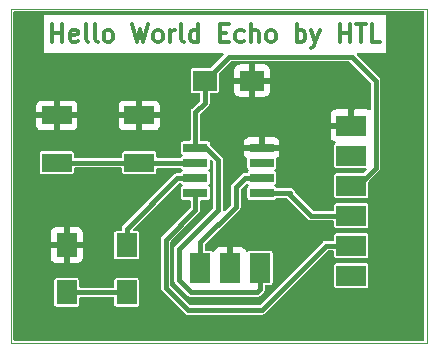
<source format=gbr>
%TF.GenerationSoftware,KiCad,Pcbnew,(6.0.2)*%
%TF.CreationDate,2022-03-02T10:56:47+02:00*%
%TF.ProjectId,EchoHello_ATtiny,4563686f-4865-46c6-9c6f-5f415474696e,rev?*%
%TF.SameCoordinates,Original*%
%TF.FileFunction,Copper,L1,Top*%
%TF.FilePolarity,Positive*%
%FSLAX46Y46*%
G04 Gerber Fmt 4.6, Leading zero omitted, Abs format (unit mm)*
G04 Created by KiCad (PCBNEW (6.0.2)) date 2022-03-02 10:56:47*
%MOMM*%
%LPD*%
G01*
G04 APERTURE LIST*
%TA.AperFunction,Profile*%
%ADD10C,0.100000*%
%TD*%
%ADD11C,0.300000*%
%TA.AperFunction,NonConductor*%
%ADD12C,0.300000*%
%TD*%
%TA.AperFunction,SMDPad,CuDef*%
%ADD13R,1.700000X2.000000*%
%TD*%
%TA.AperFunction,SMDPad,CuDef*%
%ADD14R,2.000000X0.800000*%
%TD*%
%TA.AperFunction,SMDPad,CuDef*%
%ADD15R,2.000000X1.700000*%
%TD*%
%TA.AperFunction,SMDPad,CuDef*%
%ADD16R,2.500000X1.500000*%
%TD*%
%TA.AperFunction,SMDPad,CuDef*%
%ADD17R,2.500000X1.700000*%
%TD*%
%TA.AperFunction,SMDPad,CuDef*%
%ADD18R,1.700000X2.500000*%
%TD*%
%TA.AperFunction,Conductor*%
%ADD19C,0.406400*%
%TD*%
G04 APERTURE END LIST*
D10*
X120904000Y-75565000D02*
X85725000Y-75565000D01*
X85725000Y-75565000D02*
X85725000Y-47244000D01*
X85725000Y-47244000D02*
X120904000Y-47244000D01*
X120904000Y-47244000D02*
X120904000Y-75565000D01*
D11*
D12*
X89211285Y-50081571D02*
X89211285Y-48581571D01*
X89211285Y-49295857D02*
X90068428Y-49295857D01*
X90068428Y-50081571D02*
X90068428Y-48581571D01*
X91354142Y-50010142D02*
X91211285Y-50081571D01*
X90925571Y-50081571D01*
X90782714Y-50010142D01*
X90711285Y-49867285D01*
X90711285Y-49295857D01*
X90782714Y-49153000D01*
X90925571Y-49081571D01*
X91211285Y-49081571D01*
X91354142Y-49153000D01*
X91425571Y-49295857D01*
X91425571Y-49438714D01*
X90711285Y-49581571D01*
X92282714Y-50081571D02*
X92139857Y-50010142D01*
X92068428Y-49867285D01*
X92068428Y-48581571D01*
X93068428Y-50081571D02*
X92925571Y-50010142D01*
X92854142Y-49867285D01*
X92854142Y-48581571D01*
X93854142Y-50081571D02*
X93711285Y-50010142D01*
X93639857Y-49938714D01*
X93568428Y-49795857D01*
X93568428Y-49367285D01*
X93639857Y-49224428D01*
X93711285Y-49153000D01*
X93854142Y-49081571D01*
X94068428Y-49081571D01*
X94211285Y-49153000D01*
X94282714Y-49224428D01*
X94354142Y-49367285D01*
X94354142Y-49795857D01*
X94282714Y-49938714D01*
X94211285Y-50010142D01*
X94068428Y-50081571D01*
X93854142Y-50081571D01*
X95997000Y-48581571D02*
X96354142Y-50081571D01*
X96639857Y-49010142D01*
X96925571Y-50081571D01*
X97282714Y-48581571D01*
X98068428Y-50081571D02*
X97925571Y-50010142D01*
X97854142Y-49938714D01*
X97782714Y-49795857D01*
X97782714Y-49367285D01*
X97854142Y-49224428D01*
X97925571Y-49153000D01*
X98068428Y-49081571D01*
X98282714Y-49081571D01*
X98425571Y-49153000D01*
X98497000Y-49224428D01*
X98568428Y-49367285D01*
X98568428Y-49795857D01*
X98497000Y-49938714D01*
X98425571Y-50010142D01*
X98282714Y-50081571D01*
X98068428Y-50081571D01*
X99211285Y-50081571D02*
X99211285Y-49081571D01*
X99211285Y-49367285D02*
X99282714Y-49224428D01*
X99354142Y-49153000D01*
X99497000Y-49081571D01*
X99639857Y-49081571D01*
X100354142Y-50081571D02*
X100211285Y-50010142D01*
X100139857Y-49867285D01*
X100139857Y-48581571D01*
X101568428Y-50081571D02*
X101568428Y-48581571D01*
X101568428Y-50010142D02*
X101425571Y-50081571D01*
X101139857Y-50081571D01*
X100997000Y-50010142D01*
X100925571Y-49938714D01*
X100854142Y-49795857D01*
X100854142Y-49367285D01*
X100925571Y-49224428D01*
X100997000Y-49153000D01*
X101139857Y-49081571D01*
X101425571Y-49081571D01*
X101568428Y-49153000D01*
X103425571Y-49295857D02*
X103925571Y-49295857D01*
X104139857Y-50081571D02*
X103425571Y-50081571D01*
X103425571Y-48581571D01*
X104139857Y-48581571D01*
X105425571Y-50010142D02*
X105282714Y-50081571D01*
X104996999Y-50081571D01*
X104854142Y-50010142D01*
X104782714Y-49938714D01*
X104711285Y-49795857D01*
X104711285Y-49367285D01*
X104782714Y-49224428D01*
X104854142Y-49153000D01*
X104996999Y-49081571D01*
X105282714Y-49081571D01*
X105425571Y-49153000D01*
X106068428Y-50081571D02*
X106068428Y-48581571D01*
X106711285Y-50081571D02*
X106711285Y-49295857D01*
X106639857Y-49153000D01*
X106497000Y-49081571D01*
X106282714Y-49081571D01*
X106139857Y-49153000D01*
X106068428Y-49224428D01*
X107639857Y-50081571D02*
X107497000Y-50010142D01*
X107425571Y-49938714D01*
X107354142Y-49795857D01*
X107354142Y-49367285D01*
X107425571Y-49224428D01*
X107497000Y-49153000D01*
X107639857Y-49081571D01*
X107854142Y-49081571D01*
X107997000Y-49153000D01*
X108068428Y-49224428D01*
X108139857Y-49367285D01*
X108139857Y-49795857D01*
X108068428Y-49938714D01*
X107997000Y-50010142D01*
X107854142Y-50081571D01*
X107639857Y-50081571D01*
X109925571Y-50081571D02*
X109925571Y-48581571D01*
X109925571Y-49153000D02*
X110068428Y-49081571D01*
X110354142Y-49081571D01*
X110497000Y-49153000D01*
X110568428Y-49224428D01*
X110639857Y-49367285D01*
X110639857Y-49795857D01*
X110568428Y-49938714D01*
X110497000Y-50010142D01*
X110354142Y-50081571D01*
X110068428Y-50081571D01*
X109925571Y-50010142D01*
X111139857Y-49081571D02*
X111497000Y-50081571D01*
X111854142Y-49081571D02*
X111497000Y-50081571D01*
X111354142Y-50438714D01*
X111282714Y-50510142D01*
X111139857Y-50581571D01*
X113568428Y-50081571D02*
X113568428Y-48581571D01*
X113568428Y-49295857D02*
X114425571Y-49295857D01*
X114425571Y-50081571D02*
X114425571Y-48581571D01*
X114925571Y-48581571D02*
X115782714Y-48581571D01*
X115354142Y-50081571D02*
X115354142Y-48581571D01*
X116996999Y-50081571D02*
X116282714Y-50081571D01*
X116282714Y-48581571D01*
D13*
%TO.P,R1,1*%
%TO.N,Net-(R1-Pad1)*%
X95520000Y-67280000D03*
%TO.P,R1,2*%
%TO.N,Net-(D1-Pad2)*%
X95520000Y-71280000D03*
%TD*%
%TO.P,D1,1,K*%
%TO.N,GND*%
X90440000Y-67280000D03*
%TO.P,D1,2,A*%
%TO.N,Net-(D1-Pad2)*%
X90440000Y-71280000D03*
%TD*%
D14*
%TO.P,U1,1,VCC*%
%TO.N,VCC*%
X101340000Y-59055000D03*
%TO.P,U1,2,TXD/PA6/DAC*%
%TO.N,Net-(SW1-Pad1)*%
X101340000Y-60325000D03*
%TO.P,U1,3,RXD/PA7*%
%TO.N,Net-(R1-Pad1)*%
X101340000Y-61595000D03*
%TO.P,U1,4,PA1/SDA*%
%TO.N,Net-(J1-Pad5)*%
X101340000Y-62865000D03*
%TO.P,U1,5,PA2/SCL*%
%TO.N,Net-(J1-Pad4)*%
X106940000Y-62865000D03*
%TO.P,U1,6,~{RESET}/UPDI/PA0*%
%TO.N,Net-(J2-Pad3)*%
X106940000Y-61595000D03*
%TO.P,U1,7,PA3/SCK*%
%TO.N,unconnected-(U1-Pad7)*%
X106940000Y-60325000D03*
%TO.P,U1,8,GND*%
%TO.N,GND*%
X106940000Y-59055000D03*
%TD*%
D15*
%TO.P,C1,1*%
%TO.N,VCC*%
X102140000Y-53340000D03*
%TO.P,C1,2*%
%TO.N,GND*%
X106140000Y-53340000D03*
%TD*%
D16*
%TO.P,SW1,1,1*%
%TO.N,Net-(SW1-Pad1)*%
X89591000Y-60293000D03*
X96591000Y-60293000D03*
%TO.P,SW1,2,2*%
%TO.N,GND*%
X96591000Y-56293000D03*
X89591000Y-56293000D03*
%TD*%
D17*
%TO.P,J1,1,GND*%
%TO.N,GND*%
X114540000Y-57150000D03*
%TO.P,J1,2,CTS*%
%TO.N,unconnected-(J1-Pad2)*%
X114540000Y-59690000D03*
%TO.P,J1,3,VCC*%
%TO.N,VCC*%
X114540000Y-62230000D03*
%TO.P,J1,4,TX*%
%TO.N,Net-(J1-Pad4)*%
X114540000Y-64770000D03*
%TO.P,J1,5,RX*%
%TO.N,Net-(J1-Pad5)*%
X114540000Y-67310000D03*
%TO.P,J1,6,RTS*%
%TO.N,unconnected-(J1-Pad6)*%
X114540000Y-69850000D03*
%TD*%
D18*
%TO.P,J2,1,Pin_1*%
%TO.N,VCC*%
X106817000Y-69201000D03*
%TO.P,J2,2,Pin_2*%
%TO.N,GND*%
X104277000Y-69201000D03*
%TO.P,J2,3,Pin_3*%
%TO.N,Net-(J2-Pad3)*%
X101737000Y-69201000D03*
%TD*%
D19*
%TO.N,VCC*%
X104172000Y-51308000D02*
X114554000Y-51308000D01*
X115062000Y-62230000D02*
X114540000Y-62230000D01*
X101340000Y-56013000D02*
X102140000Y-55213000D01*
X102140000Y-55213000D02*
X102140000Y-53340000D01*
X102140000Y-53340000D02*
X104172000Y-51308000D01*
X100965000Y-71247000D02*
X99949000Y-70231000D01*
X114554000Y-51308000D02*
X116586000Y-53340000D01*
X116586000Y-60706000D02*
X115062000Y-62230000D01*
X101340000Y-59055000D02*
X101340000Y-56013000D01*
X106817000Y-70983000D02*
X106553000Y-71247000D01*
X99949000Y-70231000D02*
X99949000Y-67564000D01*
X103251000Y-64262000D02*
X103251000Y-60071000D01*
X106817000Y-69201000D02*
X106817000Y-70983000D01*
X106553000Y-71247000D02*
X100965000Y-71247000D01*
X103251000Y-60071000D02*
X102235000Y-59055000D01*
X102235000Y-59055000D02*
X101340000Y-59055000D01*
X99949000Y-67564000D02*
X103251000Y-64262000D01*
X116586000Y-53340000D02*
X116586000Y-60706000D01*
%TO.N,Net-(D1-Pad2)*%
X90440000Y-71280000D02*
X95520000Y-71280000D01*
%TO.N,Net-(J1-Pad4)*%
X114540000Y-64770000D02*
X111125000Y-64770000D01*
X111125000Y-64770000D02*
X109347000Y-62992000D01*
X109347000Y-62992000D02*
X109347000Y-62865000D01*
X109347000Y-62865000D02*
X106940000Y-62865000D01*
%TO.N,Net-(J1-Pad5)*%
X106934000Y-72771000D02*
X112395000Y-67310000D01*
X98806000Y-66802000D02*
X98806000Y-70866000D01*
X98806000Y-70866000D02*
X100711000Y-72771000D01*
X101340000Y-64268000D02*
X98806000Y-66802000D01*
X112395000Y-67310000D02*
X114540000Y-67310000D01*
X100711000Y-72771000D02*
X106934000Y-72771000D01*
X101340000Y-62865000D02*
X101340000Y-64268000D01*
%TO.N,Net-(J2-Pad3)*%
X105537000Y-61595000D02*
X104775000Y-62357000D01*
X104775000Y-64008000D02*
X101737000Y-67046000D01*
X101737000Y-67046000D02*
X101737000Y-69201000D01*
X106940000Y-61595000D02*
X105537000Y-61595000D01*
X104775000Y-62357000D02*
X104775000Y-64008000D01*
%TO.N,Net-(R1-Pad1)*%
X95520000Y-65873600D02*
X99798600Y-61595000D01*
X99798600Y-61595000D02*
X101340000Y-61595000D01*
X95520000Y-67280000D02*
X95520000Y-65873600D01*
%TO.N,Net-(SW1-Pad1)*%
X96591000Y-60293000D02*
X89591000Y-60293000D01*
X96623000Y-60325000D02*
X96591000Y-60293000D01*
X101340000Y-60325000D02*
X96623000Y-60325000D01*
%TD*%
%TA.AperFunction,Conductor*%
%TO.N,GND*%
G36*
X120663191Y-47462907D02*
G01*
X120699155Y-47512407D01*
X120704000Y-47543000D01*
X120704000Y-75266000D01*
X120685093Y-75324191D01*
X120635593Y-75360155D01*
X120605000Y-75365000D01*
X86024000Y-75365000D01*
X85965809Y-75346093D01*
X85929845Y-75296593D01*
X85925000Y-75266000D01*
X85925000Y-72299748D01*
X89389500Y-72299748D01*
X89401133Y-72358231D01*
X89445448Y-72424552D01*
X89511769Y-72468867D01*
X89521332Y-72470769D01*
X89521334Y-72470770D01*
X89544005Y-72475279D01*
X89570252Y-72480500D01*
X91309748Y-72480500D01*
X91335995Y-72475279D01*
X91358666Y-72470770D01*
X91358668Y-72470769D01*
X91368231Y-72468867D01*
X91434552Y-72424552D01*
X91478867Y-72358231D01*
X91490500Y-72299748D01*
X91490500Y-71782700D01*
X91509407Y-71724509D01*
X91558907Y-71688545D01*
X91589500Y-71683700D01*
X94370500Y-71683700D01*
X94428691Y-71702607D01*
X94464655Y-71752107D01*
X94469500Y-71782700D01*
X94469500Y-72299748D01*
X94481133Y-72358231D01*
X94525448Y-72424552D01*
X94591769Y-72468867D01*
X94601332Y-72470769D01*
X94601334Y-72470770D01*
X94624005Y-72475279D01*
X94650252Y-72480500D01*
X96389748Y-72480500D01*
X96415995Y-72475279D01*
X96438666Y-72470770D01*
X96438668Y-72470769D01*
X96448231Y-72468867D01*
X96514552Y-72424552D01*
X96558867Y-72358231D01*
X96570500Y-72299748D01*
X96570500Y-70260252D01*
X96558867Y-70201769D01*
X96514552Y-70135448D01*
X96448231Y-70091133D01*
X96438668Y-70089231D01*
X96438666Y-70089230D01*
X96415995Y-70084721D01*
X96389748Y-70079500D01*
X94650252Y-70079500D01*
X94624005Y-70084721D01*
X94601334Y-70089230D01*
X94601332Y-70089231D01*
X94591769Y-70091133D01*
X94525448Y-70135448D01*
X94481133Y-70201769D01*
X94469500Y-70260252D01*
X94469500Y-70777300D01*
X94450593Y-70835491D01*
X94401093Y-70871455D01*
X94370500Y-70876300D01*
X91589500Y-70876300D01*
X91531309Y-70857393D01*
X91495345Y-70807893D01*
X91490500Y-70777300D01*
X91490500Y-70260252D01*
X91478867Y-70201769D01*
X91434552Y-70135448D01*
X91368231Y-70091133D01*
X91358668Y-70089231D01*
X91358666Y-70089230D01*
X91335995Y-70084721D01*
X91309748Y-70079500D01*
X89570252Y-70079500D01*
X89544005Y-70084721D01*
X89521334Y-70089230D01*
X89521332Y-70089231D01*
X89511769Y-70091133D01*
X89445448Y-70135448D01*
X89401133Y-70201769D01*
X89389500Y-70260252D01*
X89389500Y-72299748D01*
X85925000Y-72299748D01*
X85925000Y-68325411D01*
X89082001Y-68325411D01*
X89082290Y-68330751D01*
X89088078Y-68384035D01*
X89090927Y-68396020D01*
X89137351Y-68519855D01*
X89144059Y-68532108D01*
X89222863Y-68637256D01*
X89232744Y-68647137D01*
X89337892Y-68725941D01*
X89350145Y-68732649D01*
X89473978Y-68779072D01*
X89485967Y-68781923D01*
X89539252Y-68787711D01*
X89544586Y-68788000D01*
X90170320Y-68788000D01*
X90183005Y-68783878D01*
X90186000Y-68779757D01*
X90186000Y-68772319D01*
X90694000Y-68772319D01*
X90698122Y-68785004D01*
X90702243Y-68787999D01*
X91335411Y-68787999D01*
X91340751Y-68787710D01*
X91394035Y-68781922D01*
X91406020Y-68779073D01*
X91529855Y-68732649D01*
X91542108Y-68725941D01*
X91647256Y-68647137D01*
X91657137Y-68637256D01*
X91735941Y-68532108D01*
X91742649Y-68519855D01*
X91789072Y-68396022D01*
X91791923Y-68384033D01*
X91797711Y-68330748D01*
X91798000Y-68325414D01*
X91798000Y-67549680D01*
X91793878Y-67536995D01*
X91789757Y-67534000D01*
X90709680Y-67534000D01*
X90696995Y-67538122D01*
X90694000Y-67542243D01*
X90694000Y-68772319D01*
X90186000Y-68772319D01*
X90186000Y-67549680D01*
X90181878Y-67536995D01*
X90177757Y-67534000D01*
X89097681Y-67534000D01*
X89084996Y-67538122D01*
X89082001Y-67542243D01*
X89082001Y-68325411D01*
X85925000Y-68325411D01*
X85925000Y-67010320D01*
X89082000Y-67010320D01*
X89086122Y-67023005D01*
X89090243Y-67026000D01*
X90170320Y-67026000D01*
X90183005Y-67021878D01*
X90186000Y-67017757D01*
X90186000Y-67010320D01*
X90694000Y-67010320D01*
X90698122Y-67023005D01*
X90702243Y-67026000D01*
X91782319Y-67026000D01*
X91795004Y-67021878D01*
X91797999Y-67017757D01*
X91797999Y-66234589D01*
X91797710Y-66229249D01*
X91791922Y-66175965D01*
X91789073Y-66163980D01*
X91742649Y-66040145D01*
X91735941Y-66027892D01*
X91657137Y-65922744D01*
X91647256Y-65912863D01*
X91542108Y-65834059D01*
X91529855Y-65827351D01*
X91406022Y-65780928D01*
X91394033Y-65778077D01*
X91340748Y-65772289D01*
X91335414Y-65772000D01*
X90709680Y-65772000D01*
X90696995Y-65776122D01*
X90694000Y-65780243D01*
X90694000Y-67010320D01*
X90186000Y-67010320D01*
X90186000Y-65787681D01*
X90181878Y-65774996D01*
X90177757Y-65772001D01*
X89544589Y-65772001D01*
X89539249Y-65772290D01*
X89485965Y-65778078D01*
X89473980Y-65780927D01*
X89350145Y-65827351D01*
X89337892Y-65834059D01*
X89232744Y-65912863D01*
X89222863Y-65922744D01*
X89144059Y-66027892D01*
X89137351Y-66040145D01*
X89090928Y-66163978D01*
X89088077Y-66175967D01*
X89082289Y-66229252D01*
X89082000Y-66234586D01*
X89082000Y-67010320D01*
X85925000Y-67010320D01*
X85925000Y-61062748D01*
X88140500Y-61062748D01*
X88152133Y-61121231D01*
X88196448Y-61187552D01*
X88262769Y-61231867D01*
X88272332Y-61233769D01*
X88272334Y-61233770D01*
X88295005Y-61238279D01*
X88321252Y-61243500D01*
X90860748Y-61243500D01*
X90886995Y-61238279D01*
X90909666Y-61233770D01*
X90909668Y-61233769D01*
X90919231Y-61231867D01*
X90985552Y-61187552D01*
X91029867Y-61121231D01*
X91041500Y-61062748D01*
X91041500Y-60795700D01*
X91060407Y-60737509D01*
X91109907Y-60701545D01*
X91140500Y-60696700D01*
X95041500Y-60696700D01*
X95099691Y-60715607D01*
X95135655Y-60765107D01*
X95140500Y-60795700D01*
X95140500Y-61062748D01*
X95152133Y-61121231D01*
X95196448Y-61187552D01*
X95262769Y-61231867D01*
X95272332Y-61233769D01*
X95272334Y-61233770D01*
X95295005Y-61238279D01*
X95321252Y-61243500D01*
X97860748Y-61243500D01*
X97886995Y-61238279D01*
X97909666Y-61233770D01*
X97909668Y-61233769D01*
X97919231Y-61231867D01*
X97985552Y-61187552D01*
X98029867Y-61121231D01*
X98041500Y-61062748D01*
X98041500Y-60827700D01*
X98060407Y-60769509D01*
X98109907Y-60733545D01*
X98140500Y-60728700D01*
X100056170Y-60728700D01*
X100114361Y-60747607D01*
X100147633Y-60789812D01*
X100149231Y-60793670D01*
X100151133Y-60803231D01*
X100195448Y-60869552D01*
X100207620Y-60877685D01*
X100245499Y-60925734D01*
X100247901Y-60986872D01*
X100213909Y-61037746D01*
X100207628Y-61042309D01*
X100195448Y-61050448D01*
X100151133Y-61116769D01*
X100149231Y-61126330D01*
X100147633Y-61130188D01*
X100107895Y-61176713D01*
X100056170Y-61191300D01*
X99734660Y-61191300D01*
X99718496Y-61196552D01*
X99711472Y-61198834D01*
X99696368Y-61202460D01*
X99672295Y-61206273D01*
X99665357Y-61209808D01*
X99665354Y-61209809D01*
X99650573Y-61217340D01*
X99636225Y-61223283D01*
X99613040Y-61230817D01*
X99606742Y-61235393D01*
X99606740Y-61235394D01*
X99593320Y-61245145D01*
X99580073Y-61253262D01*
X99558353Y-61264329D01*
X95189329Y-65633353D01*
X95178265Y-65655069D01*
X95170146Y-65668318D01*
X95155817Y-65688040D01*
X95153411Y-65695446D01*
X95148283Y-65711226D01*
X95142340Y-65725573D01*
X95134811Y-65740350D01*
X95134810Y-65740353D01*
X95131273Y-65747295D01*
X95130054Y-65754991D01*
X95127460Y-65771368D01*
X95123834Y-65786470D01*
X95118707Y-65802250D01*
X95118706Y-65802256D01*
X95116300Y-65809661D01*
X95116300Y-65980500D01*
X95097393Y-66038691D01*
X95047893Y-66074655D01*
X95017300Y-66079500D01*
X94650252Y-66079500D01*
X94624005Y-66084721D01*
X94601334Y-66089230D01*
X94601332Y-66089231D01*
X94591769Y-66091133D01*
X94525448Y-66135448D01*
X94481133Y-66201769D01*
X94469500Y-66260252D01*
X94469500Y-68299748D01*
X94481133Y-68358231D01*
X94525448Y-68424552D01*
X94591769Y-68468867D01*
X94601332Y-68470769D01*
X94601334Y-68470770D01*
X94624005Y-68475279D01*
X94650252Y-68480500D01*
X96389748Y-68480500D01*
X96415995Y-68475279D01*
X96438666Y-68470770D01*
X96438668Y-68470769D01*
X96448231Y-68468867D01*
X96514552Y-68424552D01*
X96558867Y-68358231D01*
X96570500Y-68299748D01*
X96570500Y-66260252D01*
X96558867Y-66201769D01*
X96514552Y-66135448D01*
X96448231Y-66091133D01*
X96438668Y-66089231D01*
X96438666Y-66089230D01*
X96415995Y-66084721D01*
X96389748Y-66079500D01*
X96124026Y-66079500D01*
X96065835Y-66060593D01*
X96029871Y-66011093D01*
X96029871Y-65949907D01*
X96054022Y-65910496D01*
X99936822Y-62027696D01*
X99991339Y-61999919D01*
X100006826Y-61998700D01*
X100056170Y-61998700D01*
X100114361Y-62017607D01*
X100147633Y-62059812D01*
X100149231Y-62063670D01*
X100151133Y-62073231D01*
X100195448Y-62139552D01*
X100207620Y-62147685D01*
X100245499Y-62195734D01*
X100247901Y-62256872D01*
X100213909Y-62307746D01*
X100207628Y-62312309D01*
X100195448Y-62320448D01*
X100151133Y-62386769D01*
X100149231Y-62396332D01*
X100149230Y-62396334D01*
X100144721Y-62419005D01*
X100139500Y-62445252D01*
X100139500Y-63284748D01*
X100140448Y-63289512D01*
X100148464Y-63329812D01*
X100151133Y-63343231D01*
X100195448Y-63409552D01*
X100261769Y-63453867D01*
X100271332Y-63455769D01*
X100271334Y-63455770D01*
X100294005Y-63460279D01*
X100320252Y-63465500D01*
X100837300Y-63465500D01*
X100895491Y-63484407D01*
X100931455Y-63533907D01*
X100936300Y-63564500D01*
X100936300Y-64059774D01*
X100917393Y-64117965D01*
X100907304Y-64129778D01*
X98475329Y-66561753D01*
X98471794Y-66568692D01*
X98464265Y-66583469D01*
X98456146Y-66596718D01*
X98441817Y-66616440D01*
X98439411Y-66623846D01*
X98434283Y-66639626D01*
X98428340Y-66653973D01*
X98420811Y-66668750D01*
X98420810Y-66668753D01*
X98417273Y-66675695D01*
X98416054Y-66683391D01*
X98413460Y-66699768D01*
X98409834Y-66714870D01*
X98404707Y-66730650D01*
X98404706Y-66730656D01*
X98402300Y-66738061D01*
X98402300Y-70929939D01*
X98404706Y-70937344D01*
X98404707Y-70937350D01*
X98409834Y-70953130D01*
X98413460Y-70968232D01*
X98417273Y-70992305D01*
X98420810Y-70999247D01*
X98420811Y-70999250D01*
X98428340Y-71014027D01*
X98434283Y-71028374D01*
X98441817Y-71051560D01*
X98446393Y-71057858D01*
X98446394Y-71057860D01*
X98456145Y-71071280D01*
X98464262Y-71084527D01*
X98475329Y-71106247D01*
X100470753Y-73101671D01*
X100492473Y-73112738D01*
X100505718Y-73120854D01*
X100525440Y-73135183D01*
X100545692Y-73141764D01*
X100548626Y-73142717D01*
X100562973Y-73148660D01*
X100577750Y-73156189D01*
X100577753Y-73156190D01*
X100584695Y-73159727D01*
X100592391Y-73160946D01*
X100608768Y-73163540D01*
X100623870Y-73167166D01*
X100639650Y-73172293D01*
X100639656Y-73172294D01*
X100647061Y-73174700D01*
X106997939Y-73174700D01*
X107005344Y-73172294D01*
X107005350Y-73172293D01*
X107021130Y-73167166D01*
X107036232Y-73163540D01*
X107052609Y-73160946D01*
X107060305Y-73159727D01*
X107067247Y-73156190D01*
X107067250Y-73156189D01*
X107082027Y-73148660D01*
X107096374Y-73142717D01*
X107099308Y-73141764D01*
X107119560Y-73135183D01*
X107139282Y-73120854D01*
X107152527Y-73112738D01*
X107174247Y-73101671D01*
X109556170Y-70719748D01*
X113089500Y-70719748D01*
X113101133Y-70778231D01*
X113145448Y-70844552D01*
X113211769Y-70888867D01*
X113221332Y-70890769D01*
X113221334Y-70890770D01*
X113244005Y-70895279D01*
X113270252Y-70900500D01*
X115809748Y-70900500D01*
X115835995Y-70895279D01*
X115858666Y-70890770D01*
X115858668Y-70890769D01*
X115868231Y-70888867D01*
X115934552Y-70844552D01*
X115978867Y-70778231D01*
X115990500Y-70719748D01*
X115990500Y-68980252D01*
X115978867Y-68921769D01*
X115934552Y-68855448D01*
X115868231Y-68811133D01*
X115858668Y-68809231D01*
X115858666Y-68809230D01*
X115835995Y-68804721D01*
X115809748Y-68799500D01*
X113270252Y-68799500D01*
X113244005Y-68804721D01*
X113221334Y-68809230D01*
X113221332Y-68809231D01*
X113211769Y-68811133D01*
X113145448Y-68855448D01*
X113101133Y-68921769D01*
X113089500Y-68980252D01*
X113089500Y-70719748D01*
X109556170Y-70719748D01*
X112533222Y-67742696D01*
X112587739Y-67714919D01*
X112603226Y-67713700D01*
X112990500Y-67713700D01*
X113048691Y-67732607D01*
X113084655Y-67782107D01*
X113089500Y-67812700D01*
X113089500Y-68179748D01*
X113101133Y-68238231D01*
X113145448Y-68304552D01*
X113211769Y-68348867D01*
X113221332Y-68350769D01*
X113221334Y-68350770D01*
X113244005Y-68355279D01*
X113270252Y-68360500D01*
X115809748Y-68360500D01*
X115835995Y-68355279D01*
X115858666Y-68350770D01*
X115858668Y-68350769D01*
X115868231Y-68348867D01*
X115934552Y-68304552D01*
X115978867Y-68238231D01*
X115990500Y-68179748D01*
X115990500Y-66440252D01*
X115978867Y-66381769D01*
X115934552Y-66315448D01*
X115868231Y-66271133D01*
X115858668Y-66269231D01*
X115858666Y-66269230D01*
X115835995Y-66264721D01*
X115809748Y-66259500D01*
X113270252Y-66259500D01*
X113244005Y-66264721D01*
X113221334Y-66269230D01*
X113221332Y-66269231D01*
X113211769Y-66271133D01*
X113145448Y-66315448D01*
X113101133Y-66381769D01*
X113089500Y-66440252D01*
X113089500Y-66807300D01*
X113070593Y-66865491D01*
X113021093Y-66901455D01*
X112990500Y-66906300D01*
X112331060Y-66906300D01*
X112323653Y-66908707D01*
X112323651Y-66908707D01*
X112307872Y-66913834D01*
X112292767Y-66917460D01*
X112286035Y-66918527D01*
X112276389Y-66920054D01*
X112276387Y-66920055D01*
X112268695Y-66921273D01*
X112261752Y-66924811D01*
X112261751Y-66924811D01*
X112246976Y-66932339D01*
X112232625Y-66938285D01*
X112209439Y-66945818D01*
X112203140Y-66950394D01*
X112203137Y-66950396D01*
X112189721Y-66960144D01*
X112176473Y-66968262D01*
X112161694Y-66975792D01*
X112161692Y-66975793D01*
X112154753Y-66979329D01*
X106795778Y-72338304D01*
X106741261Y-72366081D01*
X106725774Y-72367300D01*
X100919226Y-72367300D01*
X100861035Y-72348393D01*
X100849222Y-72338304D01*
X99238696Y-70727778D01*
X99210919Y-70673261D01*
X99209700Y-70657774D01*
X99209700Y-67010226D01*
X99228607Y-66952035D01*
X99238696Y-66940222D01*
X101670671Y-64508247D01*
X101681738Y-64486527D01*
X101689855Y-64473280D01*
X101699606Y-64459860D01*
X101699607Y-64459858D01*
X101704183Y-64453560D01*
X101711717Y-64430374D01*
X101717660Y-64416027D01*
X101725191Y-64401246D01*
X101725192Y-64401243D01*
X101728727Y-64394305D01*
X101732540Y-64370232D01*
X101736166Y-64355128D01*
X101741293Y-64339347D01*
X101743700Y-64331940D01*
X101743700Y-63564500D01*
X101762607Y-63506309D01*
X101812107Y-63470345D01*
X101842700Y-63465500D01*
X102359748Y-63465500D01*
X102385995Y-63460279D01*
X102408666Y-63455770D01*
X102408668Y-63455769D01*
X102418231Y-63453867D01*
X102484552Y-63409552D01*
X102528867Y-63343231D01*
X102531537Y-63329812D01*
X102539552Y-63289512D01*
X102540500Y-63284748D01*
X102540500Y-62445252D01*
X102535279Y-62419005D01*
X102530770Y-62396334D01*
X102530769Y-62396332D01*
X102528867Y-62386769D01*
X102484552Y-62320448D01*
X102472380Y-62312315D01*
X102434501Y-62264266D01*
X102432099Y-62203128D01*
X102466091Y-62152254D01*
X102472372Y-62147691D01*
X102484552Y-62139552D01*
X102528867Y-62073231D01*
X102531537Y-62059812D01*
X102539552Y-62019512D01*
X102540500Y-62014748D01*
X102540500Y-61175252D01*
X102535279Y-61149005D01*
X102530770Y-61126334D01*
X102530769Y-61126332D01*
X102528867Y-61116769D01*
X102484552Y-61050448D01*
X102472380Y-61042315D01*
X102434501Y-60994266D01*
X102432099Y-60933128D01*
X102466091Y-60882254D01*
X102472372Y-60877691D01*
X102484552Y-60869552D01*
X102528867Y-60803231D01*
X102531537Y-60789812D01*
X102539552Y-60749512D01*
X102540500Y-60744748D01*
X102540500Y-60170426D01*
X102559407Y-60112235D01*
X102608907Y-60076271D01*
X102670093Y-60076271D01*
X102709504Y-60100422D01*
X102818304Y-60209222D01*
X102846081Y-60263739D01*
X102847300Y-60279226D01*
X102847300Y-64053774D01*
X102828393Y-64111965D01*
X102818304Y-64123778D01*
X99618329Y-67323753D01*
X99614794Y-67330692D01*
X99607265Y-67345469D01*
X99599146Y-67358718D01*
X99584817Y-67378440D01*
X99582411Y-67385846D01*
X99577283Y-67401626D01*
X99571340Y-67415973D01*
X99563811Y-67430750D01*
X99563810Y-67430753D01*
X99560273Y-67437695D01*
X99559054Y-67445391D01*
X99556460Y-67461768D01*
X99552834Y-67476870D01*
X99547707Y-67492650D01*
X99547706Y-67492656D01*
X99545300Y-67500061D01*
X99545300Y-70294939D01*
X99547706Y-70302344D01*
X99547707Y-70302350D01*
X99552834Y-70318130D01*
X99556460Y-70333232D01*
X99560273Y-70357305D01*
X99563810Y-70364247D01*
X99563811Y-70364250D01*
X99571340Y-70379027D01*
X99577283Y-70393374D01*
X99584817Y-70416560D01*
X99589393Y-70422858D01*
X99589394Y-70422860D01*
X99599145Y-70436280D01*
X99607262Y-70449527D01*
X99618329Y-70471247D01*
X100724753Y-71577671D01*
X100746473Y-71588738D01*
X100759718Y-71596854D01*
X100779440Y-71611183D01*
X100799692Y-71617764D01*
X100802626Y-71618717D01*
X100816973Y-71624660D01*
X100831750Y-71632189D01*
X100831753Y-71632190D01*
X100838695Y-71635727D01*
X100846391Y-71636946D01*
X100862768Y-71639540D01*
X100877870Y-71643166D01*
X100893650Y-71648293D01*
X100893656Y-71648294D01*
X100901061Y-71650700D01*
X106616939Y-71650700D01*
X106624344Y-71648294D01*
X106624350Y-71648293D01*
X106640130Y-71643166D01*
X106655232Y-71639540D01*
X106671609Y-71636946D01*
X106679305Y-71635727D01*
X106686247Y-71632190D01*
X106686250Y-71632189D01*
X106701027Y-71624660D01*
X106715374Y-71618717D01*
X106718308Y-71617764D01*
X106738560Y-71611183D01*
X106758282Y-71596854D01*
X106771527Y-71588738D01*
X106793247Y-71577671D01*
X107147671Y-71223247D01*
X107158738Y-71201527D01*
X107166856Y-71188279D01*
X107176604Y-71174863D01*
X107176606Y-71174860D01*
X107181182Y-71168561D01*
X107188715Y-71145375D01*
X107194661Y-71131024D01*
X107202189Y-71116249D01*
X107202189Y-71116248D01*
X107205727Y-71109305D01*
X107207311Y-71099308D01*
X107209539Y-71085236D01*
X107213166Y-71070128D01*
X107218293Y-71054349D01*
X107218293Y-71054347D01*
X107220700Y-71046940D01*
X107220700Y-70750500D01*
X107239607Y-70692309D01*
X107289107Y-70656345D01*
X107319700Y-70651500D01*
X107686748Y-70651500D01*
X107712995Y-70646279D01*
X107735666Y-70641770D01*
X107735668Y-70641769D01*
X107745231Y-70639867D01*
X107811552Y-70595552D01*
X107855867Y-70529231D01*
X107857771Y-70519662D01*
X107862279Y-70496995D01*
X107867500Y-70470748D01*
X107867500Y-67931252D01*
X107858968Y-67888359D01*
X107857770Y-67882334D01*
X107857769Y-67882332D01*
X107855867Y-67872769D01*
X107811552Y-67806448D01*
X107745231Y-67762133D01*
X107735668Y-67760231D01*
X107735666Y-67760230D01*
X107712995Y-67755721D01*
X107686748Y-67750500D01*
X105947252Y-67750500D01*
X105921005Y-67755721D01*
X105898334Y-67760230D01*
X105898332Y-67760231D01*
X105888769Y-67762133D01*
X105822448Y-67806448D01*
X105797049Y-67844459D01*
X105749001Y-67882338D01*
X105687863Y-67884740D01*
X105636989Y-67850747D01*
X105622035Y-67824209D01*
X105579649Y-67711145D01*
X105572941Y-67698892D01*
X105494137Y-67593744D01*
X105484256Y-67583863D01*
X105379108Y-67505059D01*
X105366855Y-67498351D01*
X105243022Y-67451928D01*
X105231033Y-67449077D01*
X105177748Y-67443289D01*
X105172414Y-67443000D01*
X104546680Y-67443000D01*
X104533995Y-67447122D01*
X104531000Y-67451243D01*
X104531000Y-69356000D01*
X104512093Y-69414191D01*
X104462593Y-69450155D01*
X104432000Y-69455000D01*
X104122000Y-69455000D01*
X104063809Y-69436093D01*
X104027845Y-69386593D01*
X104023000Y-69356000D01*
X104023000Y-67458681D01*
X104018878Y-67445996D01*
X104014757Y-67443001D01*
X103381589Y-67443001D01*
X103376249Y-67443290D01*
X103322965Y-67449078D01*
X103310980Y-67451927D01*
X103187145Y-67498351D01*
X103174892Y-67505059D01*
X103069744Y-67583863D01*
X103059863Y-67593744D01*
X102981059Y-67698892D01*
X102974351Y-67711145D01*
X102931965Y-67824209D01*
X102893834Y-67872060D01*
X102834860Y-67888359D01*
X102777568Y-67866881D01*
X102756952Y-67844462D01*
X102731552Y-67806448D01*
X102665231Y-67762133D01*
X102655668Y-67760231D01*
X102655666Y-67760230D01*
X102632995Y-67755721D01*
X102606748Y-67750500D01*
X102239700Y-67750500D01*
X102181509Y-67731593D01*
X102145545Y-67682093D01*
X102140700Y-67651500D01*
X102140700Y-67254226D01*
X102159607Y-67196035D01*
X102169696Y-67184222D01*
X105105671Y-64248247D01*
X105116738Y-64226527D01*
X105124855Y-64213280D01*
X105134606Y-64199860D01*
X105134607Y-64199858D01*
X105139183Y-64193560D01*
X105146717Y-64170374D01*
X105152660Y-64156027D01*
X105160189Y-64141250D01*
X105160190Y-64141247D01*
X105163727Y-64134305D01*
X105166315Y-64117965D01*
X105167540Y-64110232D01*
X105171166Y-64095130D01*
X105176293Y-64079350D01*
X105176294Y-64079344D01*
X105178700Y-64071939D01*
X105178700Y-62565226D01*
X105197607Y-62507035D01*
X105207696Y-62495222D01*
X105617189Y-62085729D01*
X105671706Y-62057952D01*
X105732138Y-62067523D01*
X105769508Y-62100731D01*
X105788483Y-62129128D01*
X105795448Y-62139552D01*
X105807620Y-62147685D01*
X105845499Y-62195734D01*
X105847901Y-62256872D01*
X105813909Y-62307746D01*
X105807628Y-62312309D01*
X105795448Y-62320448D01*
X105751133Y-62386769D01*
X105749231Y-62396332D01*
X105749230Y-62396334D01*
X105744721Y-62419005D01*
X105739500Y-62445252D01*
X105739500Y-63284748D01*
X105740448Y-63289512D01*
X105748464Y-63329812D01*
X105751133Y-63343231D01*
X105795448Y-63409552D01*
X105861769Y-63453867D01*
X105871332Y-63455769D01*
X105871334Y-63455770D01*
X105894005Y-63460279D01*
X105920252Y-63465500D01*
X107959748Y-63465500D01*
X107985995Y-63460279D01*
X108008666Y-63455770D01*
X108008668Y-63455769D01*
X108018231Y-63453867D01*
X108084552Y-63409552D01*
X108128867Y-63343231D01*
X108130769Y-63333670D01*
X108132367Y-63329812D01*
X108172105Y-63283287D01*
X108223830Y-63268700D01*
X109011774Y-63268700D01*
X109069965Y-63287607D01*
X109081778Y-63297696D01*
X110884753Y-65100671D01*
X110906473Y-65111738D01*
X110919718Y-65119854D01*
X110939440Y-65134183D01*
X110959692Y-65140764D01*
X110962626Y-65141717D01*
X110976973Y-65147660D01*
X110991750Y-65155189D01*
X110991753Y-65155190D01*
X110998695Y-65158727D01*
X111006391Y-65159946D01*
X111022768Y-65162540D01*
X111037870Y-65166166D01*
X111053650Y-65171293D01*
X111053656Y-65171294D01*
X111061061Y-65173700D01*
X112990500Y-65173700D01*
X113048691Y-65192607D01*
X113084655Y-65242107D01*
X113089500Y-65272700D01*
X113089500Y-65639748D01*
X113090448Y-65644512D01*
X113099106Y-65688040D01*
X113101133Y-65698231D01*
X113145448Y-65764552D01*
X113211769Y-65808867D01*
X113221332Y-65810769D01*
X113221334Y-65810770D01*
X113244005Y-65815279D01*
X113270252Y-65820500D01*
X115809748Y-65820500D01*
X115835995Y-65815279D01*
X115858666Y-65810770D01*
X115858668Y-65810769D01*
X115868231Y-65808867D01*
X115934552Y-65764552D01*
X115978867Y-65698231D01*
X115980895Y-65688040D01*
X115989552Y-65644512D01*
X115990500Y-65639748D01*
X115990500Y-63900252D01*
X115978867Y-63841769D01*
X115934552Y-63775448D01*
X115868231Y-63731133D01*
X115858668Y-63729231D01*
X115858666Y-63729230D01*
X115835995Y-63724721D01*
X115809748Y-63719500D01*
X113270252Y-63719500D01*
X113244005Y-63724721D01*
X113221334Y-63729230D01*
X113221332Y-63729231D01*
X113211769Y-63731133D01*
X113145448Y-63775448D01*
X113101133Y-63841769D01*
X113089500Y-63900252D01*
X113089500Y-64267300D01*
X113070593Y-64325491D01*
X113021093Y-64361455D01*
X112990500Y-64366300D01*
X111333226Y-64366300D01*
X111275035Y-64347393D01*
X111263222Y-64337304D01*
X109771855Y-62845937D01*
X109744078Y-62791420D01*
X109736946Y-62746390D01*
X109736946Y-62746389D01*
X109735727Y-62738695D01*
X109677671Y-62624753D01*
X109587247Y-62534329D01*
X109580310Y-62530794D01*
X109580308Y-62530793D01*
X109480245Y-62479809D01*
X109473305Y-62476273D01*
X109465611Y-62475054D01*
X109465610Y-62475054D01*
X109378770Y-62461300D01*
X109354696Y-62457487D01*
X109347000Y-62456268D01*
X109339304Y-62457487D01*
X109322926Y-62460081D01*
X109307439Y-62461300D01*
X108223830Y-62461300D01*
X108165639Y-62442393D01*
X108132367Y-62400188D01*
X108130769Y-62396330D01*
X108128867Y-62386769D01*
X108084552Y-62320448D01*
X108072380Y-62312315D01*
X108034501Y-62264266D01*
X108032099Y-62203128D01*
X108066091Y-62152254D01*
X108072372Y-62147691D01*
X108084552Y-62139552D01*
X108128867Y-62073231D01*
X108131537Y-62059812D01*
X108139552Y-62019512D01*
X108140500Y-62014748D01*
X108140500Y-61175252D01*
X108135279Y-61149005D01*
X108130770Y-61126334D01*
X108130769Y-61126332D01*
X108128867Y-61116769D01*
X108084552Y-61050448D01*
X108072380Y-61042315D01*
X108034501Y-60994266D01*
X108032099Y-60933128D01*
X108066091Y-60882254D01*
X108072372Y-60877691D01*
X108084552Y-60869552D01*
X108128867Y-60803231D01*
X108131537Y-60789812D01*
X108139552Y-60749512D01*
X108140500Y-60744748D01*
X108140500Y-59987861D01*
X108159407Y-59929670D01*
X108186772Y-59905586D01*
X108186462Y-59905172D01*
X108191723Y-59901229D01*
X108191955Y-59901025D01*
X108192105Y-59900943D01*
X108297256Y-59822137D01*
X108307137Y-59812256D01*
X108385941Y-59707108D01*
X108392649Y-59694855D01*
X108439072Y-59571022D01*
X108441923Y-59559033D01*
X108447711Y-59505748D01*
X108448000Y-59500414D01*
X108448000Y-59324680D01*
X108443878Y-59311995D01*
X108439757Y-59309000D01*
X105447681Y-59309000D01*
X105434996Y-59313122D01*
X105432001Y-59317243D01*
X105432001Y-59500411D01*
X105432290Y-59505751D01*
X105438078Y-59559035D01*
X105440927Y-59571020D01*
X105487351Y-59694855D01*
X105494059Y-59707108D01*
X105572863Y-59812256D01*
X105582744Y-59822137D01*
X105687895Y-59900943D01*
X105688045Y-59901025D01*
X105688142Y-59901128D01*
X105693538Y-59905172D01*
X105692836Y-59906109D01*
X105730005Y-59945555D01*
X105739500Y-59987861D01*
X105739500Y-60744748D01*
X105740448Y-60749512D01*
X105748464Y-60789812D01*
X105751133Y-60803231D01*
X105795448Y-60869552D01*
X105807620Y-60877685D01*
X105845499Y-60925734D01*
X105847901Y-60986872D01*
X105813909Y-61037746D01*
X105807628Y-61042309D01*
X105795448Y-61050448D01*
X105751133Y-61116769D01*
X105749231Y-61126330D01*
X105747633Y-61130188D01*
X105707895Y-61176713D01*
X105656170Y-61191300D01*
X105473061Y-61191300D01*
X105465656Y-61193706D01*
X105465650Y-61193707D01*
X105449870Y-61198834D01*
X105434768Y-61202460D01*
X105418391Y-61205054D01*
X105410695Y-61206273D01*
X105403753Y-61209810D01*
X105403750Y-61209811D01*
X105388973Y-61217340D01*
X105374625Y-61223283D01*
X105351440Y-61230817D01*
X105345142Y-61235393D01*
X105345140Y-61235394D01*
X105331720Y-61245145D01*
X105318473Y-61253262D01*
X105296753Y-61264329D01*
X104444329Y-62116753D01*
X104440794Y-62123692D01*
X104433265Y-62138469D01*
X104425146Y-62151718D01*
X104410817Y-62171440D01*
X104408411Y-62178846D01*
X104403283Y-62194626D01*
X104397340Y-62208973D01*
X104389811Y-62223750D01*
X104389810Y-62223753D01*
X104386273Y-62230695D01*
X104385054Y-62238391D01*
X104382460Y-62254768D01*
X104378834Y-62269870D01*
X104373707Y-62285650D01*
X104373706Y-62285656D01*
X104371300Y-62293061D01*
X104371300Y-63799774D01*
X104352393Y-63857965D01*
X104342304Y-63869778D01*
X103823704Y-64388378D01*
X103769187Y-64416155D01*
X103708755Y-64406584D01*
X103665490Y-64363319D01*
X103654700Y-64318374D01*
X103654700Y-60007061D01*
X103652294Y-59999656D01*
X103652293Y-59999650D01*
X103647166Y-59983870D01*
X103643540Y-59968768D01*
X103640946Y-59952391D01*
X103639727Y-59944695D01*
X103636190Y-59937753D01*
X103636189Y-59937750D01*
X103628660Y-59922973D01*
X103622717Y-59908626D01*
X103621595Y-59905172D01*
X103615183Y-59885440D01*
X103600854Y-59865718D01*
X103592735Y-59852469D01*
X103581671Y-59830753D01*
X102569496Y-58818578D01*
X102552551Y-58785320D01*
X105432000Y-58785320D01*
X105436122Y-58798005D01*
X105440243Y-58801000D01*
X106670320Y-58801000D01*
X106683005Y-58796878D01*
X106686000Y-58792757D01*
X106686000Y-58785320D01*
X107194000Y-58785320D01*
X107198122Y-58798005D01*
X107202243Y-58801000D01*
X108432319Y-58801000D01*
X108445004Y-58796878D01*
X108447999Y-58792757D01*
X108447999Y-58609589D01*
X108447710Y-58604249D01*
X108441922Y-58550965D01*
X108439073Y-58538980D01*
X108392649Y-58415145D01*
X108385941Y-58402892D01*
X108307137Y-58297744D01*
X108297256Y-58287863D01*
X108192108Y-58209059D01*
X108179855Y-58202351D01*
X108056022Y-58155928D01*
X108044033Y-58153077D01*
X107990748Y-58147289D01*
X107985414Y-58147000D01*
X107209680Y-58147000D01*
X107196995Y-58151122D01*
X107194000Y-58155243D01*
X107194000Y-58785320D01*
X106686000Y-58785320D01*
X106686000Y-58162681D01*
X106681878Y-58149996D01*
X106677757Y-58147001D01*
X105894589Y-58147001D01*
X105889249Y-58147290D01*
X105835965Y-58153078D01*
X105823980Y-58155927D01*
X105700145Y-58202351D01*
X105687892Y-58209059D01*
X105582744Y-58287863D01*
X105572863Y-58297744D01*
X105494059Y-58402892D01*
X105487351Y-58415145D01*
X105440928Y-58538978D01*
X105438077Y-58550967D01*
X105432289Y-58604252D01*
X105432000Y-58609586D01*
X105432000Y-58785320D01*
X102552551Y-58785320D01*
X102541719Y-58764061D01*
X102540500Y-58748574D01*
X102540500Y-58635252D01*
X102534333Y-58604249D01*
X102530770Y-58586334D01*
X102530769Y-58586332D01*
X102528867Y-58576769D01*
X102484552Y-58510448D01*
X102418231Y-58466133D01*
X102408668Y-58464231D01*
X102408666Y-58464230D01*
X102385995Y-58459721D01*
X102359748Y-58454500D01*
X101842700Y-58454500D01*
X101784509Y-58435593D01*
X101748545Y-58386093D01*
X101743700Y-58355500D01*
X101743700Y-56880320D01*
X112782000Y-56880320D01*
X112786122Y-56893005D01*
X112790243Y-56896000D01*
X114270320Y-56896000D01*
X114283005Y-56891878D01*
X114286000Y-56887757D01*
X114286000Y-55807681D01*
X114281878Y-55794996D01*
X114277757Y-55792001D01*
X113244589Y-55792001D01*
X113239249Y-55792290D01*
X113185965Y-55798078D01*
X113173980Y-55800927D01*
X113050145Y-55847351D01*
X113037892Y-55854059D01*
X112932744Y-55932863D01*
X112922863Y-55942744D01*
X112844059Y-56047892D01*
X112837351Y-56060145D01*
X112790928Y-56183978D01*
X112788077Y-56195967D01*
X112782289Y-56249252D01*
X112782000Y-56254586D01*
X112782000Y-56880320D01*
X101743700Y-56880320D01*
X101743700Y-56221226D01*
X101762607Y-56163035D01*
X101772696Y-56151222D01*
X102470671Y-55453247D01*
X102481738Y-55431527D01*
X102489855Y-55418280D01*
X102499606Y-55404860D01*
X102499607Y-55404858D01*
X102504183Y-55398560D01*
X102511717Y-55375374D01*
X102517660Y-55361027D01*
X102525189Y-55346250D01*
X102525190Y-55346247D01*
X102528727Y-55339305D01*
X102532540Y-55315232D01*
X102536166Y-55300130D01*
X102541293Y-55284350D01*
X102541294Y-55284344D01*
X102543700Y-55276939D01*
X102543700Y-54489500D01*
X102562607Y-54431309D01*
X102612107Y-54395345D01*
X102642700Y-54390500D01*
X103159748Y-54390500D01*
X103185995Y-54385279D01*
X103208666Y-54380770D01*
X103208668Y-54380769D01*
X103218231Y-54378867D01*
X103284552Y-54334552D01*
X103328867Y-54268231D01*
X103335395Y-54235411D01*
X104632001Y-54235411D01*
X104632290Y-54240751D01*
X104638078Y-54294035D01*
X104640927Y-54306020D01*
X104687351Y-54429855D01*
X104694059Y-54442108D01*
X104772863Y-54547256D01*
X104782744Y-54557137D01*
X104887892Y-54635941D01*
X104900145Y-54642649D01*
X105023978Y-54689072D01*
X105035967Y-54691923D01*
X105089252Y-54697711D01*
X105094586Y-54698000D01*
X105870320Y-54698000D01*
X105883005Y-54693878D01*
X105886000Y-54689757D01*
X105886000Y-54682319D01*
X106394000Y-54682319D01*
X106398122Y-54695004D01*
X106402243Y-54697999D01*
X107185411Y-54697999D01*
X107190751Y-54697710D01*
X107244035Y-54691922D01*
X107256020Y-54689073D01*
X107379855Y-54642649D01*
X107392108Y-54635941D01*
X107497256Y-54557137D01*
X107507137Y-54547256D01*
X107585941Y-54442108D01*
X107592649Y-54429855D01*
X107639072Y-54306022D01*
X107641923Y-54294033D01*
X107647711Y-54240748D01*
X107648000Y-54235414D01*
X107648000Y-53609680D01*
X107643878Y-53596995D01*
X107639757Y-53594000D01*
X106409680Y-53594000D01*
X106396995Y-53598122D01*
X106394000Y-53602243D01*
X106394000Y-54682319D01*
X105886000Y-54682319D01*
X105886000Y-53609680D01*
X105881878Y-53596995D01*
X105877757Y-53594000D01*
X104647681Y-53594000D01*
X104634996Y-53598122D01*
X104632001Y-53602243D01*
X104632001Y-54235411D01*
X103335395Y-54235411D01*
X103340500Y-54209748D01*
X103340500Y-53070320D01*
X104632000Y-53070320D01*
X104636122Y-53083005D01*
X104640243Y-53086000D01*
X105870320Y-53086000D01*
X105883005Y-53081878D01*
X105886000Y-53077757D01*
X105886000Y-53070320D01*
X106394000Y-53070320D01*
X106398122Y-53083005D01*
X106402243Y-53086000D01*
X107632319Y-53086000D01*
X107645004Y-53081878D01*
X107647999Y-53077757D01*
X107647999Y-52444589D01*
X107647710Y-52439249D01*
X107641922Y-52385965D01*
X107639073Y-52373980D01*
X107592649Y-52250145D01*
X107585941Y-52237892D01*
X107507137Y-52132744D01*
X107497256Y-52122863D01*
X107392108Y-52044059D01*
X107379855Y-52037351D01*
X107256022Y-51990928D01*
X107244033Y-51988077D01*
X107190748Y-51982289D01*
X107185414Y-51982000D01*
X106409680Y-51982000D01*
X106396995Y-51986122D01*
X106394000Y-51990243D01*
X106394000Y-53070320D01*
X105886000Y-53070320D01*
X105886000Y-51997681D01*
X105881878Y-51984996D01*
X105877757Y-51982001D01*
X105094589Y-51982001D01*
X105089249Y-51982290D01*
X105035965Y-51988078D01*
X105023980Y-51990927D01*
X104900145Y-52037351D01*
X104887892Y-52044059D01*
X104782744Y-52122863D01*
X104772863Y-52132744D01*
X104694059Y-52237892D01*
X104687351Y-52250145D01*
X104640928Y-52373978D01*
X104638077Y-52385967D01*
X104632289Y-52439252D01*
X104632000Y-52444586D01*
X104632000Y-53070320D01*
X103340500Y-53070320D01*
X103340500Y-52751426D01*
X103359407Y-52693235D01*
X103369496Y-52681422D01*
X104310222Y-51740696D01*
X104364739Y-51712919D01*
X104380226Y-51711700D01*
X114345774Y-51711700D01*
X114403965Y-51730607D01*
X114415778Y-51740696D01*
X116153304Y-53478222D01*
X116181081Y-53532739D01*
X116182300Y-53548226D01*
X116182300Y-55763745D01*
X116163393Y-55821936D01*
X116113893Y-55857900D01*
X116052707Y-55857900D01*
X116035757Y-55850582D01*
X116029858Y-55847352D01*
X115906022Y-55800928D01*
X115894033Y-55798077D01*
X115840748Y-55792289D01*
X115835414Y-55792000D01*
X114809680Y-55792000D01*
X114796995Y-55796122D01*
X114794000Y-55800243D01*
X114794000Y-57305000D01*
X114775093Y-57363191D01*
X114725593Y-57399155D01*
X114695000Y-57404000D01*
X112797681Y-57404000D01*
X112784996Y-57408122D01*
X112782001Y-57412243D01*
X112782001Y-58045411D01*
X112782290Y-58050751D01*
X112788078Y-58104035D01*
X112790927Y-58116020D01*
X112837351Y-58239855D01*
X112844059Y-58252108D01*
X112922863Y-58357256D01*
X112932744Y-58367137D01*
X113037892Y-58445941D01*
X113050145Y-58452649D01*
X113163209Y-58495035D01*
X113211060Y-58533166D01*
X113227359Y-58592140D01*
X113205881Y-58649432D01*
X113183462Y-58670048D01*
X113145448Y-58695448D01*
X113101133Y-58761769D01*
X113099231Y-58771332D01*
X113099230Y-58771334D01*
X113096448Y-58785320D01*
X113089500Y-58820252D01*
X113089500Y-60559748D01*
X113101133Y-60618231D01*
X113145448Y-60684552D01*
X113211769Y-60728867D01*
X113221332Y-60730769D01*
X113221334Y-60730770D01*
X113244005Y-60735279D01*
X113270252Y-60740500D01*
X115741574Y-60740500D01*
X115799765Y-60759407D01*
X115835729Y-60808907D01*
X115835729Y-60870093D01*
X115811578Y-60909504D01*
X115570578Y-61150504D01*
X115516061Y-61178281D01*
X115500574Y-61179500D01*
X113270252Y-61179500D01*
X113244005Y-61184721D01*
X113221334Y-61189230D01*
X113221332Y-61189231D01*
X113211769Y-61191133D01*
X113145448Y-61235448D01*
X113101133Y-61301769D01*
X113089500Y-61360252D01*
X113089500Y-63099748D01*
X113101133Y-63158231D01*
X113145448Y-63224552D01*
X113211769Y-63268867D01*
X113221332Y-63270769D01*
X113221334Y-63270770D01*
X113244005Y-63275279D01*
X113270252Y-63280500D01*
X115809748Y-63280500D01*
X115835995Y-63275279D01*
X115858666Y-63270770D01*
X115858668Y-63270769D01*
X115868231Y-63268867D01*
X115934552Y-63224552D01*
X115978867Y-63158231D01*
X115990500Y-63099748D01*
X115990500Y-61913426D01*
X116009407Y-61855235D01*
X116019496Y-61843422D01*
X116916671Y-60946247D01*
X116923356Y-60933128D01*
X116927738Y-60924527D01*
X116935856Y-60911279D01*
X116945604Y-60897863D01*
X116945606Y-60897860D01*
X116950182Y-60891561D01*
X116957715Y-60868375D01*
X116963661Y-60854024D01*
X116971189Y-60839249D01*
X116971189Y-60839248D01*
X116974727Y-60832305D01*
X116978540Y-60808233D01*
X116982166Y-60793128D01*
X116987293Y-60777349D01*
X116987293Y-60777347D01*
X116989700Y-60769940D01*
X116989700Y-53276061D01*
X116987294Y-53268656D01*
X116987293Y-53268650D01*
X116982166Y-53252870D01*
X116978540Y-53237768D01*
X116975946Y-53221391D01*
X116974727Y-53213695D01*
X116971190Y-53206753D01*
X116971189Y-53206750D01*
X116963660Y-53191973D01*
X116957717Y-53177626D01*
X116952589Y-53161846D01*
X116950183Y-53154440D01*
X116935854Y-53134718D01*
X116927735Y-53121469D01*
X116920206Y-53106692D01*
X116916671Y-53099753D01*
X115021422Y-51204504D01*
X114993645Y-51149987D01*
X115003216Y-51089555D01*
X115046481Y-51046290D01*
X115091426Y-51035500D01*
X117489857Y-51035500D01*
X117489857Y-47770500D01*
X88504143Y-47770500D01*
X88504143Y-51035500D01*
X103634574Y-51035500D01*
X103692765Y-51054407D01*
X103728729Y-51103907D01*
X103728729Y-51165093D01*
X103704578Y-51204504D01*
X102648578Y-52260504D01*
X102594061Y-52288281D01*
X102578574Y-52289500D01*
X101120252Y-52289500D01*
X101094005Y-52294721D01*
X101071334Y-52299230D01*
X101071332Y-52299231D01*
X101061769Y-52301133D01*
X100995448Y-52345448D01*
X100951133Y-52411769D01*
X100939500Y-52470252D01*
X100939500Y-54209748D01*
X100951133Y-54268231D01*
X100995448Y-54334552D01*
X101061769Y-54378867D01*
X101071332Y-54380769D01*
X101071334Y-54380770D01*
X101094005Y-54385279D01*
X101120252Y-54390500D01*
X101637300Y-54390500D01*
X101695491Y-54409407D01*
X101731455Y-54458907D01*
X101736300Y-54489500D01*
X101736300Y-55004774D01*
X101717393Y-55062965D01*
X101707304Y-55074778D01*
X101009329Y-55772753D01*
X100999375Y-55792290D01*
X100998265Y-55794469D01*
X100990146Y-55807718D01*
X100975817Y-55827440D01*
X100973411Y-55834846D01*
X100968283Y-55850626D01*
X100962340Y-55864973D01*
X100954811Y-55879750D01*
X100954810Y-55879753D01*
X100951273Y-55886695D01*
X100950054Y-55894391D01*
X100947460Y-55910768D01*
X100943834Y-55925870D01*
X100938707Y-55941650D01*
X100938706Y-55941656D01*
X100936300Y-55949061D01*
X100936300Y-58355500D01*
X100917393Y-58413691D01*
X100867893Y-58449655D01*
X100837300Y-58454500D01*
X100320252Y-58454500D01*
X100294005Y-58459721D01*
X100271334Y-58464230D01*
X100271332Y-58464231D01*
X100261769Y-58466133D01*
X100195448Y-58510448D01*
X100151133Y-58576769D01*
X100149231Y-58586332D01*
X100149230Y-58586334D01*
X100145667Y-58604249D01*
X100139500Y-58635252D01*
X100139500Y-59474748D01*
X100151133Y-59533231D01*
X100195448Y-59599552D01*
X100207620Y-59607685D01*
X100245499Y-59655734D01*
X100247901Y-59716872D01*
X100213909Y-59767746D01*
X100207628Y-59772309D01*
X100195448Y-59780448D01*
X100151133Y-59846769D01*
X100149231Y-59856330D01*
X100147633Y-59860188D01*
X100107895Y-59906713D01*
X100056170Y-59921300D01*
X98140500Y-59921300D01*
X98082309Y-59902393D01*
X98046345Y-59852893D01*
X98041500Y-59822300D01*
X98041500Y-59523252D01*
X98029867Y-59464769D01*
X97985552Y-59398448D01*
X97919231Y-59354133D01*
X97909668Y-59352231D01*
X97909666Y-59352230D01*
X97886995Y-59347721D01*
X97860748Y-59342500D01*
X95321252Y-59342500D01*
X95295005Y-59347721D01*
X95272334Y-59352230D01*
X95272332Y-59352231D01*
X95262769Y-59354133D01*
X95196448Y-59398448D01*
X95152133Y-59464769D01*
X95140500Y-59523252D01*
X95140500Y-59790300D01*
X95121593Y-59848491D01*
X95072093Y-59884455D01*
X95041500Y-59889300D01*
X91140500Y-59889300D01*
X91082309Y-59870393D01*
X91046345Y-59820893D01*
X91041500Y-59790300D01*
X91041500Y-59523252D01*
X91029867Y-59464769D01*
X90985552Y-59398448D01*
X90919231Y-59354133D01*
X90909668Y-59352231D01*
X90909666Y-59352230D01*
X90886995Y-59347721D01*
X90860748Y-59342500D01*
X88321252Y-59342500D01*
X88295005Y-59347721D01*
X88272334Y-59352230D01*
X88272332Y-59352231D01*
X88262769Y-59354133D01*
X88196448Y-59398448D01*
X88152133Y-59464769D01*
X88140500Y-59523252D01*
X88140500Y-61062748D01*
X85925000Y-61062748D01*
X85925000Y-57088411D01*
X87833001Y-57088411D01*
X87833290Y-57093751D01*
X87839078Y-57147035D01*
X87841927Y-57159020D01*
X87888351Y-57282855D01*
X87895059Y-57295108D01*
X87973863Y-57400256D01*
X87983744Y-57410137D01*
X88088892Y-57488941D01*
X88101145Y-57495649D01*
X88224978Y-57542072D01*
X88236967Y-57544923D01*
X88290252Y-57550711D01*
X88295586Y-57551000D01*
X89321320Y-57551000D01*
X89334005Y-57546878D01*
X89337000Y-57542757D01*
X89337000Y-57535319D01*
X89845000Y-57535319D01*
X89849122Y-57548004D01*
X89853243Y-57550999D01*
X90886411Y-57550999D01*
X90891751Y-57550710D01*
X90945035Y-57544922D01*
X90957020Y-57542073D01*
X91080855Y-57495649D01*
X91093108Y-57488941D01*
X91198256Y-57410137D01*
X91208137Y-57400256D01*
X91286941Y-57295108D01*
X91293649Y-57282855D01*
X91340072Y-57159022D01*
X91342923Y-57147033D01*
X91348711Y-57093748D01*
X91349000Y-57088414D01*
X91349000Y-57088411D01*
X94833001Y-57088411D01*
X94833290Y-57093751D01*
X94839078Y-57147035D01*
X94841927Y-57159020D01*
X94888351Y-57282855D01*
X94895059Y-57295108D01*
X94973863Y-57400256D01*
X94983744Y-57410137D01*
X95088892Y-57488941D01*
X95101145Y-57495649D01*
X95224978Y-57542072D01*
X95236967Y-57544923D01*
X95290252Y-57550711D01*
X95295586Y-57551000D01*
X96321320Y-57551000D01*
X96334005Y-57546878D01*
X96337000Y-57542757D01*
X96337000Y-57535319D01*
X96845000Y-57535319D01*
X96849122Y-57548004D01*
X96853243Y-57550999D01*
X97886411Y-57550999D01*
X97891751Y-57550710D01*
X97945035Y-57544922D01*
X97957020Y-57542073D01*
X98080855Y-57495649D01*
X98093108Y-57488941D01*
X98198256Y-57410137D01*
X98208137Y-57400256D01*
X98286941Y-57295108D01*
X98293649Y-57282855D01*
X98340072Y-57159022D01*
X98342923Y-57147033D01*
X98348711Y-57093748D01*
X98349000Y-57088414D01*
X98349000Y-56562680D01*
X98344878Y-56549995D01*
X98340757Y-56547000D01*
X96860680Y-56547000D01*
X96847995Y-56551122D01*
X96845000Y-56555243D01*
X96845000Y-57535319D01*
X96337000Y-57535319D01*
X96337000Y-56562680D01*
X96332878Y-56549995D01*
X96328757Y-56547000D01*
X94848681Y-56547000D01*
X94835996Y-56551122D01*
X94833001Y-56555243D01*
X94833001Y-57088411D01*
X91349000Y-57088411D01*
X91349000Y-56562680D01*
X91344878Y-56549995D01*
X91340757Y-56547000D01*
X89860680Y-56547000D01*
X89847995Y-56551122D01*
X89845000Y-56555243D01*
X89845000Y-57535319D01*
X89337000Y-57535319D01*
X89337000Y-56562680D01*
X89332878Y-56549995D01*
X89328757Y-56547000D01*
X87848681Y-56547000D01*
X87835996Y-56551122D01*
X87833001Y-56555243D01*
X87833001Y-57088411D01*
X85925000Y-57088411D01*
X85925000Y-56023320D01*
X87833000Y-56023320D01*
X87837122Y-56036005D01*
X87841243Y-56039000D01*
X89321320Y-56039000D01*
X89334005Y-56034878D01*
X89337000Y-56030757D01*
X89337000Y-56023320D01*
X89845000Y-56023320D01*
X89849122Y-56036005D01*
X89853243Y-56039000D01*
X91333319Y-56039000D01*
X91346004Y-56034878D01*
X91348999Y-56030757D01*
X91348999Y-56023320D01*
X94833000Y-56023320D01*
X94837122Y-56036005D01*
X94841243Y-56039000D01*
X96321320Y-56039000D01*
X96334005Y-56034878D01*
X96337000Y-56030757D01*
X96337000Y-56023320D01*
X96845000Y-56023320D01*
X96849122Y-56036005D01*
X96853243Y-56039000D01*
X98333319Y-56039000D01*
X98346004Y-56034878D01*
X98348999Y-56030757D01*
X98348999Y-55497589D01*
X98348710Y-55492249D01*
X98342922Y-55438965D01*
X98340073Y-55426980D01*
X98293649Y-55303145D01*
X98286941Y-55290892D01*
X98208137Y-55185744D01*
X98198256Y-55175863D01*
X98093108Y-55097059D01*
X98080855Y-55090351D01*
X97957022Y-55043928D01*
X97945033Y-55041077D01*
X97891748Y-55035289D01*
X97886414Y-55035000D01*
X96860680Y-55035000D01*
X96847995Y-55039122D01*
X96845000Y-55043243D01*
X96845000Y-56023320D01*
X96337000Y-56023320D01*
X96337000Y-55050681D01*
X96332878Y-55037996D01*
X96328757Y-55035001D01*
X95295589Y-55035001D01*
X95290249Y-55035290D01*
X95236965Y-55041078D01*
X95224980Y-55043927D01*
X95101145Y-55090351D01*
X95088892Y-55097059D01*
X94983744Y-55175863D01*
X94973863Y-55185744D01*
X94895059Y-55290892D01*
X94888351Y-55303145D01*
X94841928Y-55426978D01*
X94839077Y-55438967D01*
X94833289Y-55492252D01*
X94833000Y-55497586D01*
X94833000Y-56023320D01*
X91348999Y-56023320D01*
X91348999Y-55497589D01*
X91348710Y-55492249D01*
X91342922Y-55438965D01*
X91340073Y-55426980D01*
X91293649Y-55303145D01*
X91286941Y-55290892D01*
X91208137Y-55185744D01*
X91198256Y-55175863D01*
X91093108Y-55097059D01*
X91080855Y-55090351D01*
X90957022Y-55043928D01*
X90945033Y-55041077D01*
X90891748Y-55035289D01*
X90886414Y-55035000D01*
X89860680Y-55035000D01*
X89847995Y-55039122D01*
X89845000Y-55043243D01*
X89845000Y-56023320D01*
X89337000Y-56023320D01*
X89337000Y-55050681D01*
X89332878Y-55037996D01*
X89328757Y-55035001D01*
X88295589Y-55035001D01*
X88290249Y-55035290D01*
X88236965Y-55041078D01*
X88224980Y-55043927D01*
X88101145Y-55090351D01*
X88088892Y-55097059D01*
X87983744Y-55175863D01*
X87973863Y-55185744D01*
X87895059Y-55290892D01*
X87888351Y-55303145D01*
X87841928Y-55426978D01*
X87839077Y-55438967D01*
X87833289Y-55492252D01*
X87833000Y-55497586D01*
X87833000Y-56023320D01*
X85925000Y-56023320D01*
X85925000Y-47543000D01*
X85943907Y-47484809D01*
X85993407Y-47448845D01*
X86024000Y-47444000D01*
X120605000Y-47444000D01*
X120663191Y-47462907D01*
G37*
%TD.AperFunction*%
%TD*%
M02*

</source>
